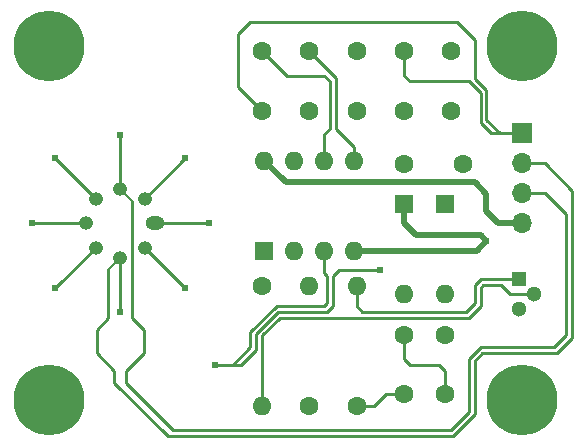
<source format=gbr>
%TF.GenerationSoftware,KiCad,Pcbnew,(5.1.10)-1*%
%TF.CreationDate,2021-12-11T17:16:27+05:30*%
%TF.ProjectId,LTZ1000 Board,4c545a31-3030-4302-9042-6f6172642e6b,rev?*%
%TF.SameCoordinates,Original*%
%TF.FileFunction,Copper,L2,Bot*%
%TF.FilePolarity,Positive*%
%FSLAX46Y46*%
G04 Gerber Fmt 4.6, Leading zero omitted, Abs format (unit mm)*
G04 Created by KiCad (PCBNEW (5.1.10)-1) date 2021-12-11 17:16:27*
%MOMM*%
%LPD*%
G01*
G04 APERTURE LIST*
%TA.AperFunction,ComponentPad*%
%ADD10O,1.600000X1.600000*%
%TD*%
%TA.AperFunction,ComponentPad*%
%ADD11R,1.600000X1.600000*%
%TD*%
%TA.AperFunction,ComponentPad*%
%ADD12O,1.700000X1.700000*%
%TD*%
%TA.AperFunction,ComponentPad*%
%ADD13R,1.700000X1.700000*%
%TD*%
%TA.AperFunction,ComponentPad*%
%ADD14C,0.800000*%
%TD*%
%TA.AperFunction,ComponentPad*%
%ADD15C,6.000000*%
%TD*%
%TA.AperFunction,ComponentPad*%
%ADD16O,1.200000X1.200000*%
%TD*%
%TA.AperFunction,ComponentPad*%
%ADD17O,1.600000X1.200000*%
%TD*%
%TA.AperFunction,ComponentPad*%
%ADD18R,1.300000X1.300000*%
%TD*%
%TA.AperFunction,ComponentPad*%
%ADD19C,1.300000*%
%TD*%
%TA.AperFunction,ComponentPad*%
%ADD20C,1.600000*%
%TD*%
%TA.AperFunction,ViaPad*%
%ADD21C,0.609600*%
%TD*%
%TA.AperFunction,Conductor*%
%ADD22C,0.254000*%
%TD*%
%TA.AperFunction,Conductor*%
%ADD23C,0.127000*%
%TD*%
%TA.AperFunction,Conductor*%
%ADD24C,0.508000*%
%TD*%
G04 APERTURE END LIST*
D10*
%TO.P,U1,8*%
%TO.N,VCC*%
X148190000Y-99690000D03*
%TO.P,U1,4*%
%TO.N,GND*%
X155810000Y-107310000D03*
%TO.P,U1,7*%
%TO.N,Net-(C3-Pad1)*%
X150730000Y-99690000D03*
%TO.P,U1,3*%
%TO.N,Net-(R3-Pad2)*%
X153270000Y-107310000D03*
%TO.P,U1,6*%
%TO.N,Net-(C3-Pad2)*%
X153270000Y-99690000D03*
%TO.P,U1,2*%
%TO.N,Net-(C2-Pad1)*%
X150730000Y-107310000D03*
%TO.P,U1,5*%
%TO.N,Net-(R9-Pad2)*%
X155810000Y-99690000D03*
D11*
%TO.P,U1,1*%
%TO.N,Net-(C1-Pad1)*%
X148190000Y-107310000D03*
%TD*%
D10*
%TO.P,D2,2*%
%TO.N,Net-(C3-Pad1)*%
X163500000Y-111000000D03*
D11*
%TO.P,D2,1*%
%TO.N,/Z+*%
X163500000Y-103380000D03*
%TD*%
D10*
%TO.P,D1,2*%
%TO.N,Net-(D1-Pad2)*%
X160000000Y-111000000D03*
D11*
%TO.P,D1,1*%
%TO.N,GND*%
X160000000Y-103380000D03*
%TD*%
D12*
%TO.P,J1,4*%
%TO.N,VCC*%
X170000000Y-105000000D03*
%TO.P,J1,3*%
%TO.N,/Z+*%
X170000000Y-102460000D03*
%TO.P,J1,2*%
%TO.N,GND*%
X170000000Y-99920000D03*
D13*
%TO.P,J1,1*%
X170000000Y-97380000D03*
%TD*%
D14*
%TO.P,H2,1*%
%TO.N,N/C*%
X131590990Y-118409010D03*
X130000000Y-117750000D03*
X128409010Y-118409010D03*
X127750000Y-120000000D03*
X128409010Y-121590990D03*
X130000000Y-122250000D03*
X131590990Y-121590990D03*
X132250000Y-120000000D03*
D15*
X130000000Y-120000000D03*
%TD*%
D16*
%TO.P,U2,8*%
%TO.N,Net-(R3-Pad2)*%
X138065752Y-107064752D03*
%TO.P,U2,7*%
%TO.N,GND*%
X136001000Y-107920000D03*
%TO.P,U2,6*%
%TO.N,Net-(R4-Pad1)*%
X133936248Y-107064752D03*
%TO.P,U2,5*%
%TO.N,Net-(R9-Pad2)*%
X133081000Y-105000000D03*
%TO.P,U2,4*%
%TO.N,Net-(C3-Pad2)*%
X133936248Y-102935248D03*
%TO.P,U2,3*%
%TO.N,/Z+*%
X136001000Y-102080000D03*
%TO.P,U2,2*%
%TO.N,Net-(D1-Pad2)*%
X138065752Y-102935248D03*
D17*
%TO.P,U2,1*%
%TO.N,Net-(Q1-Pad1)*%
X138921000Y-105000000D03*
%TD*%
D14*
%TO.P,H4,1*%
%TO.N,N/C*%
X171590990Y-118409010D03*
X170000000Y-117750000D03*
X168409010Y-118409010D03*
X167750000Y-120000000D03*
X168409010Y-121590990D03*
X170000000Y-122250000D03*
X171590990Y-121590990D03*
X172250000Y-120000000D03*
D15*
X170000000Y-120000000D03*
%TD*%
D14*
%TO.P,H3,1*%
%TO.N,N/C*%
X171590990Y-88409010D03*
X170000000Y-87750000D03*
X168409010Y-88409010D03*
X167750000Y-90000000D03*
X168409010Y-91590990D03*
X170000000Y-92250000D03*
X171590990Y-91590990D03*
X172250000Y-90000000D03*
D15*
X170000000Y-90000000D03*
%TD*%
D14*
%TO.P,H1,1*%
%TO.N,N/C*%
X131590990Y-88409010D03*
X130000000Y-87750000D03*
X128409010Y-88409010D03*
X127750000Y-90000000D03*
X128409010Y-91590990D03*
X130000000Y-92250000D03*
X131590990Y-91590990D03*
X132250000Y-90000000D03*
D15*
X130000000Y-90000000D03*
%TD*%
D18*
%TO.P,Q1,1*%
%TO.N,Net-(Q1-Pad1)*%
X169730000Y-109730000D03*
D19*
%TO.P,Q1,3*%
%TO.N,VCC*%
X169730000Y-112270000D03*
%TO.P,Q1,2*%
%TO.N,Net-(Q1-Pad2)*%
X171000000Y-111000000D03*
%TD*%
D20*
%TO.P,R9,2*%
%TO.N,Net-(R9-Pad2)*%
X152000000Y-90420000D03*
%TO.P,R9,1*%
%TO.N,/Z+*%
X152000000Y-95500000D03*
%TD*%
%TO.P,R8,2*%
%TO.N,GND*%
X148000000Y-95500000D03*
%TO.P,R8,1*%
%TO.N,Net-(C3-Pad2)*%
X148000000Y-90420000D03*
%TD*%
%TO.P,R7,2*%
%TO.N,GND*%
X160000000Y-90420000D03*
%TO.P,R7,1*%
%TO.N,Net-(R4-Pad1)*%
X160000000Y-95500000D03*
%TD*%
%TO.P,R6,2*%
%TO.N,Net-(R4-Pad1)*%
X156000000Y-95500000D03*
%TO.P,R6,1*%
%TO.N,/Z+*%
X156000000Y-90420000D03*
%TD*%
D10*
%TO.P,R4,2*%
%TO.N,Net-(C2-Pad1)*%
X152000000Y-110340000D03*
D20*
%TO.P,R4,1*%
%TO.N,Net-(R4-Pad1)*%
X152000000Y-120500000D03*
%TD*%
%TO.P,R3,2*%
%TO.N,Net-(R3-Pad2)*%
X164000000Y-95500000D03*
%TO.P,R3,1*%
%TO.N,/Z+*%
X164000000Y-90420000D03*
%TD*%
D10*
%TO.P,R2,2*%
%TO.N,Net-(Q1-Pad2)*%
X148000000Y-120500000D03*
D20*
%TO.P,R2,1*%
%TO.N,Net-(C1-Pad1)*%
X148000000Y-110340000D03*
%TD*%
D10*
%TO.P,R1,2*%
%TO.N,Net-(Q1-Pad1)*%
X156000000Y-110340000D03*
D20*
%TO.P,R1,1*%
%TO.N,Net-(C1-Pad2)*%
X156000000Y-120500000D03*
%TD*%
%TO.P,C3,2*%
%TO.N,Net-(C3-Pad2)*%
X160000000Y-100000000D03*
%TO.P,C3,1*%
%TO.N,Net-(C3-Pad1)*%
X165000000Y-100000000D03*
%TD*%
%TO.P,C2,2*%
%TO.N,Net-(C1-Pad1)*%
X163500000Y-119500000D03*
%TO.P,C2,1*%
%TO.N,Net-(C2-Pad1)*%
X163500000Y-114500000D03*
%TD*%
%TO.P,C1,2*%
%TO.N,Net-(C1-Pad2)*%
X160000000Y-119500000D03*
%TO.P,C1,1*%
%TO.N,Net-(C1-Pad1)*%
X160000000Y-114500000D03*
%TD*%
D21*
%TO.N,Net-(C3-Pad2)*%
X130501010Y-99500000D03*
%TO.N,GND*%
X136001000Y-112499000D03*
X166999992Y-106500008D03*
%TO.N,Net-(D1-Pad2)*%
X141500000Y-99501000D03*
%TO.N,Net-(Q1-Pad1)*%
X143499994Y-105000000D03*
%TO.N,Net-(R3-Pad2)*%
X141500000Y-110500000D03*
X144000000Y-117000000D03*
X158000000Y-109000000D03*
%TO.N,Net-(R4-Pad1)*%
X130500000Y-110500000D03*
%TO.N,Net-(R9-Pad2)*%
X128500000Y-105000000D03*
%TO.N,/Z+*%
X136001000Y-97501000D03*
%TD*%
D22*
%TO.N,Net-(C1-Pad2)*%
X157500000Y-120500000D02*
X156000000Y-120500000D01*
X158500000Y-119500000D02*
X157500000Y-120500000D01*
X160000000Y-119500000D02*
X158500000Y-119500000D01*
%TO.N,Net-(C1-Pad1)*%
X160000000Y-114500000D02*
X160000000Y-116500000D01*
X160000000Y-116500000D02*
X160500000Y-117000000D01*
X160500000Y-117000000D02*
X163000000Y-117000000D01*
X163500000Y-117500000D02*
X163500000Y-119500000D01*
X163000000Y-117000000D02*
X163500000Y-117500000D01*
%TO.N,Net-(C3-Pad2)*%
X130501000Y-99500000D02*
X130501000Y-99500000D01*
X130501000Y-99500000D02*
X130501010Y-99500000D01*
X133936248Y-102935248D02*
X130501000Y-99500000D01*
X153270000Y-97480000D02*
X153270000Y-99690000D01*
X153750000Y-97000000D02*
X153270000Y-97480000D01*
X153750000Y-93000000D02*
X153750000Y-97000000D01*
X153250000Y-92500000D02*
X153750000Y-93000000D01*
X150080000Y-92500000D02*
X153250000Y-92500000D01*
X148000000Y-90420000D02*
X150080000Y-92500000D01*
%TO.N,GND*%
X136001000Y-107920000D02*
X136001000Y-112499000D01*
X136001000Y-112499000D02*
X136001000Y-112499000D01*
D23*
X136001000Y-107920000D02*
X135000000Y-108921000D01*
D24*
X166190000Y-107310000D02*
X166999992Y-106500008D01*
X155810000Y-107310000D02*
X166190000Y-107310000D01*
X160000000Y-103380000D02*
X160000000Y-105000000D01*
X160000000Y-105000000D02*
X161000000Y-106000000D01*
X166499984Y-106000000D02*
X166999992Y-106500008D01*
X161000000Y-106000000D02*
X166499984Y-106000000D01*
D22*
X168130000Y-97380000D02*
X170000000Y-97380000D01*
X167000000Y-96250000D02*
X168130000Y-97380000D01*
X167000000Y-93750000D02*
X167000000Y-96250000D01*
X166000000Y-92750000D02*
X167000000Y-93750000D01*
X166000000Y-89500000D02*
X166000000Y-92750000D01*
X147000000Y-88000000D02*
X164500000Y-88000000D01*
X146000000Y-89000000D02*
X147000000Y-88000000D01*
X146000000Y-93500000D02*
X146000000Y-89000000D01*
X164500000Y-88000000D02*
X166000000Y-89500000D01*
X148000000Y-95500000D02*
X146000000Y-93500000D01*
X167380000Y-97380000D02*
X170000000Y-97380000D01*
X166500000Y-96500000D02*
X167380000Y-97380000D01*
X166500000Y-94000000D02*
X166500000Y-96500000D01*
X165500000Y-93000000D02*
X166500000Y-94000000D01*
X160500000Y-93000000D02*
X165500000Y-93000000D01*
X160000000Y-92500000D02*
X160500000Y-93000000D01*
X160000000Y-90420000D02*
X160000000Y-92500000D01*
X171920000Y-99920000D02*
X170000000Y-99920000D01*
X174250000Y-102250000D02*
X171920000Y-99920000D01*
X135000000Y-108921000D02*
X135000000Y-113000000D01*
X135000000Y-113000000D02*
X134000000Y-114000000D01*
X173000000Y-116000000D02*
X174250000Y-114750000D01*
X174250000Y-114750000D02*
X174250000Y-102250000D01*
X134000000Y-116000000D02*
X135500000Y-117500000D01*
X135500000Y-117500000D02*
X135500000Y-118500000D01*
X164142066Y-123000000D02*
X166000000Y-121142066D01*
X135500000Y-118500000D02*
X140000000Y-123000000D01*
X134000000Y-114000000D02*
X134000000Y-116000000D01*
X140000000Y-123000000D02*
X164142066Y-123000000D01*
X166000000Y-121142066D02*
X166000000Y-116642066D01*
X166000000Y-116642066D02*
X166642066Y-116000000D01*
X166642066Y-116000000D02*
X173000000Y-116000000D01*
%TO.N,Net-(D1-Pad2)*%
X138065752Y-102935248D02*
X141500000Y-99501000D01*
X141500000Y-99501000D02*
X141500000Y-99501000D01*
X141500000Y-99501000D02*
X141500000Y-99501000D01*
%TO.N,Net-(Q1-Pad1)*%
X143500000Y-105000000D02*
X143500000Y-105000000D01*
X138921000Y-105000000D02*
X143499994Y-105000000D01*
X168270000Y-109730000D02*
X169730000Y-109730000D01*
X166000000Y-110250000D02*
X166520000Y-109730000D01*
X166000000Y-111750000D02*
X166000000Y-110250000D01*
X165250000Y-112500000D02*
X166000000Y-111750000D01*
X156500000Y-112500000D02*
X165250000Y-112500000D01*
X156000000Y-112000000D02*
X156500000Y-112500000D01*
X166520000Y-109730000D02*
X168270000Y-109730000D01*
X156000000Y-110340000D02*
X156000000Y-112000000D01*
%TO.N,Net-(R3-Pad2)*%
X138065752Y-107064752D02*
X141500000Y-110500000D01*
X141500000Y-110500000D02*
X141500000Y-110499000D01*
X144000000Y-117000000D02*
X144000000Y-117000000D01*
X145500000Y-117000000D02*
X144000000Y-117000000D01*
X147500000Y-115750000D02*
X146250000Y-117000000D01*
X147500000Y-114357933D02*
X147500000Y-115750000D01*
X146250000Y-117000000D02*
X145500000Y-117000000D01*
X149357933Y-112500000D02*
X147500000Y-114357933D01*
X153500000Y-112500000D02*
X149357933Y-112500000D01*
X154000000Y-109500000D02*
X154000000Y-112000000D01*
X154500000Y-109000000D02*
X154000000Y-109500000D01*
X154000000Y-112000000D02*
X153500000Y-112500000D01*
X158000000Y-109000000D02*
X154500000Y-109000000D01*
X147000000Y-114250000D02*
X147000000Y-115500000D01*
X149250000Y-112000000D02*
X147000000Y-114250000D01*
X153250000Y-112000000D02*
X149250000Y-112000000D01*
X153500000Y-111750000D02*
X153250000Y-112000000D01*
X153500000Y-109460000D02*
X153500000Y-111750000D01*
X147000000Y-115500000D02*
X145500000Y-117000000D01*
X153270000Y-109230000D02*
X153500000Y-109460000D01*
X153270000Y-107310000D02*
X153270000Y-109230000D01*
%TO.N,Net-(R4-Pad1)*%
X133936248Y-107064752D02*
X130750500Y-110250500D01*
X130749500Y-110250500D02*
X130500000Y-110500000D01*
X130750500Y-110250500D02*
X130749500Y-110250500D01*
%TO.N,Net-(R9-Pad2)*%
X133081000Y-105000000D02*
X128500000Y-105000000D01*
X128500000Y-105000000D02*
X128500000Y-105000000D01*
X155810000Y-98560000D02*
X155810000Y-99690000D01*
X154250000Y-97000000D02*
X155810000Y-98560000D01*
X154250000Y-92670000D02*
X154250000Y-97000000D01*
X152000000Y-90420000D02*
X154250000Y-92670000D01*
D24*
%TO.N,VCC*%
X148190000Y-99690000D02*
X150000000Y-101500000D01*
X150000000Y-101500000D02*
X166000000Y-101500000D01*
X166000000Y-101500000D02*
X167000000Y-102500000D01*
X167000000Y-102500000D02*
X167000000Y-104000000D01*
X168000000Y-105000000D02*
X170000000Y-105000000D01*
X167000000Y-104000000D02*
X168000000Y-105000000D01*
D22*
%TO.N,Net-(Q1-Pad2)*%
X168250000Y-110250000D02*
X169000000Y-111000000D01*
X169000000Y-111000000D02*
X171000000Y-111000000D01*
X166750000Y-110250000D02*
X168250000Y-110250000D01*
X166500000Y-110500000D02*
X166750000Y-110250000D01*
X166500000Y-112000000D02*
X166500000Y-110500000D01*
X165500000Y-113000000D02*
X166500000Y-112000000D01*
X149500000Y-113000000D02*
X165500000Y-113000000D01*
X148000000Y-114500000D02*
X149500000Y-113000000D01*
X148000000Y-120500000D02*
X148000000Y-114500000D01*
%TO.N,/Z+*%
X136001000Y-102080000D02*
X136001000Y-97501000D01*
X136001000Y-97501000D02*
X136001000Y-97501000D01*
D23*
X136001000Y-102080000D02*
X136928001Y-103007001D01*
X136928001Y-103007001D02*
X137000000Y-103079000D01*
D22*
X171960000Y-102460000D02*
X170000000Y-102460000D01*
X173750000Y-104250000D02*
X171960000Y-102460000D01*
X137000000Y-103079000D02*
X137000000Y-113000000D01*
X137000000Y-113000000D02*
X138000000Y-114000000D01*
X138000000Y-114000000D02*
X138000000Y-116000000D01*
X138000000Y-116000000D02*
X136500000Y-117500000D01*
X136500000Y-117500000D02*
X136500000Y-118500000D01*
X163999998Y-122500000D02*
X165500000Y-120999998D01*
X136500000Y-118500000D02*
X140500000Y-122500000D01*
X172750000Y-115500000D02*
X173750000Y-114500000D01*
X140500000Y-122500000D02*
X163999998Y-122500000D01*
X173750000Y-114500000D02*
X173750000Y-104250000D01*
X165500000Y-120999998D02*
X165500000Y-116500000D01*
X165500000Y-116500000D02*
X166500000Y-115500000D01*
X166500000Y-115500000D02*
X172750000Y-115500000D01*
%TD*%
M02*

</source>
